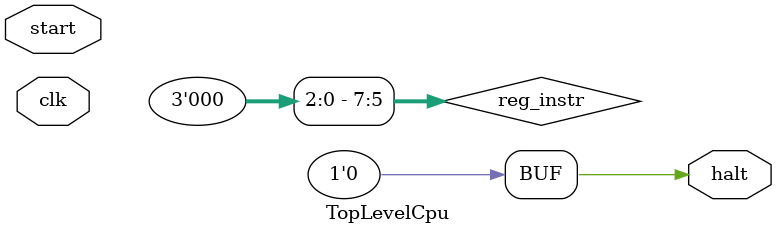
<source format=sv>
module TopLevelCpu(
        input       start,
        input       clk,
        output      halt
        );

	logic [15:0] InstCounter;

        // controls
        wire [2:0] ALUOP;
        bit        BRANCH;
        wire [1:0] PUSH_SEL;
        bit        PUSH_TOP;
        bit        PUSH_PEN;
        bit        POP_TOP;
        bit        POP_PEN;
        bit  [1:0] WRITE_REG;
        bit        WRITE_EN;
        bit        WRITE_MEM;
        bit	   MEM_ADDR_SEL;
        bit        REG_ZERO;
        bit        HALT;

        // module connections
        // description_origin
        wire [7:0] reg_reg;
        wire [7:0] reg_instr;
        wire [7:0] top_stack;
        wire [7:0] pen_stack;
        wire [7:0] reg_alu;
        wire [7:0] top_alu;
        wire [7:0] pen_alu;
        bit        branch_alu;
        wire [7:0] r0_reg;
        wire [7:0] reg_mux;
        wire [7:0] top_mux;
        wire [7:0] address_mux;
        wire [7:0] address_rom;
        wire [7:0] top_mem;

        // program counter and instructions
        wire [8:0] next_instr;
        wire [8:0] jump_adr;
        wire [7:0] next_pc;

	/*~ muxes ~*/
	// register address
	assign reg_instr =   (REG_ZERO) ? 5'b00000 : next_instr[4:0];

        // memory address
        assign address_mux = (MEM_ADDR_SEL) ? r0_reg : address_rom;

        // reg data
        assign reg_mux =     (WRITE_REG == 0) ? address_rom :
                             (WRITE_REG == 1) ? top_stack :
                             (WRITE_REG == 2) ? reg_alu :
                              8'bx;
        // stack data
        assign top_mux =     (PUSH_SEL == 0) ? top_mem : 
                             (PUSH_SEL == 1) ? next_instr[4:0] :
                             (PUSH_SEL == 2) ? reg_reg :
                             (PUSH_SEL == 3) ? top_alu :
                              8'bx;

        // branch and-gate
        assign BRANCH = BRANCH && branch_alu;
 
        // push if r0 and inc
        assign PUSH_TOP = (next_instr[8:5] == 8 && next_instr[4:0] == 0) ? 1 :
                           PUSH_TOP;
        
        
        ProgramCounter pc(
        .clk(clk),
        .start(start),
        .abs_jump_en(BRANCH),
        .halt(halt),
        .abs_jump(next_instr[4:0]),
        .p_ct(next_pc)
        );

        InstructionRom ir(
        .pc(next_pc),
        .instr(next_instr)
        );

        Control control_gen(
        .OPCODE(next_instr[8:5]),
        .ALUOP(ALUOP),
        .BRANCH(BRANCH),
	.PUSH_SEL(PUSH_SEL),
        .PUSH_TOP(PUSH_TOP),
        .PUSH_PEN(PUSH_PEN),
        .POP_TOP(POP_TOP),
        .POP_PEN(POP_PEN),
        .WRITE_REG(WRITE_REG),
        .WRITE_EN(WRITE_EN),
        .WRITE_MEM(WRITE_MEM),
	.MEM_ADDR_SEL(MEM_ADDR_SEL),
        .REG_ZERO(REG_ZERO),
        .HALT(HALT)
        );

        RegisterFile reg_file(
        .clk(clk),
        .write_en(WRITE_EN),
        .addr(reg_instr),
        .data_in(reg_mux),
        .data_out(reg_reg),
        .reg_zero(r0_reg)
        );

        Alu alu(
        .clk(clk),
        .op(ALUOP),
        .reg_val(reg_reg),
        .stack0(top_stack),
        .stack1(pen_stack),
        .reg_out(reg_alu),
        .stack0_out(top_alu),
        .stack1_out(pen_alu),
        .branch_sig(branch_alu)
        );

        Stack stack(
        .clk(clk),
	.push_top(PUSH_TOP),
	.push_pen(PUSH_PEN),
	.pop_top(POP_TOP),
	.pop_pen(POP_PEN),
        .push_top_val(top_mux),
        .push_pen_val(pen_alu),
        .top_val(top_stack),
        .pen_val(pen_stack)
        );
        
        DataRam memory(
        .clk(clk),
        .data_address(address_mux),
        .write_mem(WRITE_MEM),
        .data_in(reg_reg),
        .data_out(top_mem)
        );

        MemoryRom rom(
        .immediate(next_instr[4:0]),
        .address(address_rom)
        );
   	
	assign halt = 0;

	always_ff@(posedge clk)
	if(start == 1)
	InstCounter <= 0;
	else if(halt == 0)
	InstCounter <= InstCounter + 1;

endmodule

</source>
